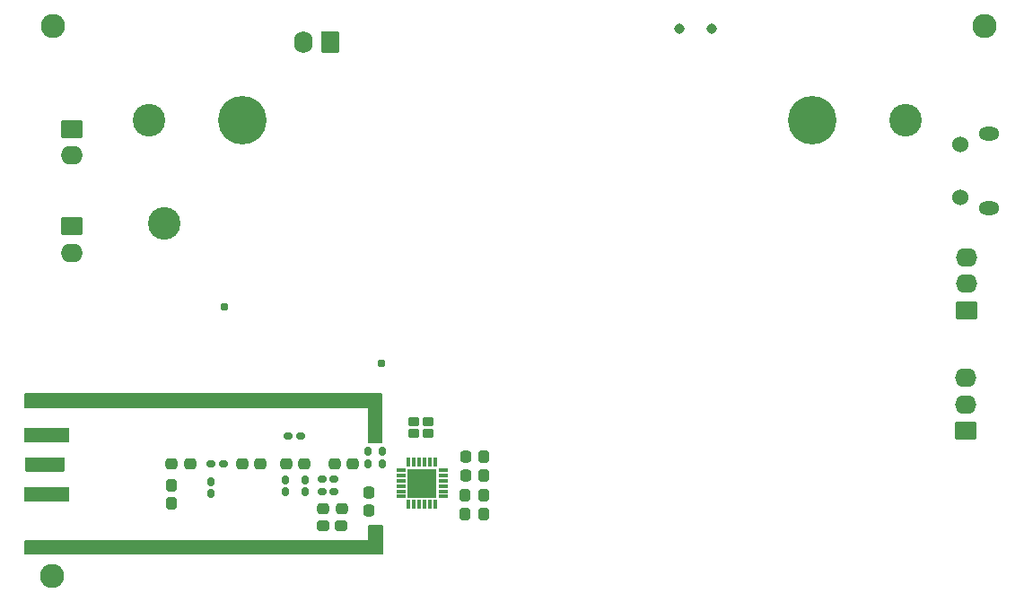
<source format=gbs>
G04 #@! TF.GenerationSoftware,KiCad,Pcbnew,7.0.11-2.fc39*
G04 #@! TF.CreationDate,2024-05-02T20:43:30+03:00*
G04 #@! TF.ProjectId,mainboard_v1.1,6d61696e-626f-4617-9264-5f76312e312e,rev?*
G04 #@! TF.SameCoordinates,Original*
G04 #@! TF.FileFunction,Soldermask,Bot*
G04 #@! TF.FilePolarity,Negative*
%FSLAX46Y46*%
G04 Gerber Fmt 4.6, Leading zero omitted, Abs format (unit mm)*
G04 Created by KiCad (PCBNEW 7.0.11-2.fc39) date 2024-05-02 20:43:30*
%MOMM*%
%LPD*%
G01*
G04 APERTURE LIST*
G04 Aperture macros list*
%AMRoundRect*
0 Rectangle with rounded corners*
0 $1 Rounding radius*
0 $2 $3 $4 $5 $6 $7 $8 $9 X,Y pos of 4 corners*
0 Add a 4 corners polygon primitive as box body*
4,1,4,$2,$3,$4,$5,$6,$7,$8,$9,$2,$3,0*
0 Add four circle primitives for the rounded corners*
1,1,$1+$1,$2,$3*
1,1,$1+$1,$4,$5*
1,1,$1+$1,$6,$7*
1,1,$1+$1,$8,$9*
0 Add four rect primitives between the rounded corners*
20,1,$1+$1,$2,$3,$4,$5,0*
20,1,$1+$1,$4,$5,$6,$7,0*
20,1,$1+$1,$6,$7,$8,$9,0*
20,1,$1+$1,$8,$9,$2,$3,0*%
G04 Aperture macros list end*
%ADD10C,0.200000*%
%ADD11C,0.776000*%
%ADD12RoundRect,0.261176X0.626824X0.776824X-0.626824X0.776824X-0.626824X-0.776824X0.626824X-0.776824X0*%
%ADD13O,1.776000X2.076000*%
%ADD14C,2.276000*%
%ADD15RoundRect,0.261176X-0.776824X0.626824X-0.776824X-0.626824X0.776824X-0.626824X0.776824X0.626824X0*%
%ADD16O,2.076000X1.776000*%
%ADD17O,1.976000X1.276000*%
%ADD18C,1.526000*%
%ADD19RoundRect,0.261176X0.751824X-0.626824X0.751824X0.626824X-0.751824X0.626824X-0.751824X-0.626824X0*%
%ADD20O,2.026000X1.776000*%
%ADD21C,0.976000*%
%ADD22RoundRect,0.256500X0.306500X0.256500X-0.306500X0.256500X-0.306500X-0.256500X0.306500X-0.256500X0*%
%ADD23RoundRect,0.256500X0.319000X0.256500X-0.319000X0.256500X-0.319000X-0.256500X0.319000X-0.256500X0*%
%ADD24RoundRect,0.256500X0.256500X-0.319000X0.256500X0.319000X-0.256500X0.319000X-0.256500X-0.319000X0*%
%ADD25RoundRect,0.174000X0.174000X-0.231500X0.174000X0.231500X-0.174000X0.231500X-0.174000X-0.231500X0*%
%ADD26RoundRect,0.174000X-0.174000X0.231500X-0.174000X-0.231500X0.174000X-0.231500X0.174000X0.231500X0*%
%ADD27RoundRect,0.256500X0.256500X-0.306500X0.256500X0.306500X-0.256500X0.306500X-0.256500X-0.306500X0*%
%ADD28C,4.576000*%
%ADD29C,3.076000*%
%ADD30RoundRect,0.174000X0.231500X0.174000X-0.231500X0.174000X-0.231500X-0.174000X0.231500X-0.174000X0*%
%ADD31RoundRect,0.038000X0.150000X0.400000X-0.150000X0.400000X-0.150000X-0.400000X0.150000X-0.400000X0*%
%ADD32RoundRect,0.038000X-0.337500X0.337500X-0.337500X-0.337500X0.337500X-0.337500X0.337500X0.337500X0*%
%ADD33RoundRect,0.038000X-0.400000X0.150000X-0.400000X-0.150000X0.400000X-0.150000X0.400000X0.150000X0*%
%ADD34RoundRect,0.256500X-0.256500X0.306500X-0.256500X-0.306500X0.256500X-0.306500X0.256500X0.306500X0*%
%ADD35RoundRect,0.038000X1.800000X-0.635000X1.800000X0.635000X-1.800000X0.635000X-1.800000X-0.635000X0*%
%ADD36RoundRect,0.038000X2.100000X-0.675000X2.100000X0.675000X-2.100000X0.675000X-2.100000X-0.675000X0*%
%ADD37RoundRect,0.256500X-0.256500X0.319000X-0.256500X-0.319000X0.256500X-0.319000X0.256500X0.319000X0*%
%ADD38RoundRect,0.038000X0.425000X0.375000X-0.425000X0.375000X-0.425000X-0.375000X0.425000X-0.375000X0*%
G04 APERTURE END LIST*
D10*
X160170000Y-76920000D02*
X158970000Y-76930000D01*
X158970000Y-73650000D01*
X126560000Y-73650000D01*
X126560000Y-72380000D01*
X160170000Y-72380000D01*
X160170000Y-76920000D01*
G36*
X160170000Y-76920000D02*
G01*
X158970000Y-76930000D01*
X158970000Y-73650000D01*
X126560000Y-73650000D01*
X126560000Y-72380000D01*
X160170000Y-72380000D01*
X160170000Y-76920000D01*
G37*
X160210000Y-87430000D02*
X126550000Y-87430000D01*
X126550000Y-86240000D01*
X158960000Y-86260000D01*
X158960000Y-84820000D01*
X160210000Y-84810000D01*
X160210000Y-87430000D01*
G36*
X160210000Y-87430000D02*
G01*
X126550000Y-87430000D01*
X126550000Y-86240000D01*
X158960000Y-86260000D01*
X158960000Y-84820000D01*
X160210000Y-84810000D01*
X160210000Y-87430000D01*
G37*
D11*
X160166250Y-69483750D03*
D12*
X155300000Y-39200000D03*
D13*
X152800000Y-39200000D03*
D14*
X129140000Y-37690000D03*
X217040000Y-37690000D03*
X129076250Y-89513750D03*
D11*
X145306250Y-64163750D03*
D15*
X130910000Y-56570000D03*
D16*
X130910000Y-59070000D03*
D15*
X130900000Y-47360000D03*
D16*
X130900000Y-49860000D03*
D17*
X217477500Y-54810000D03*
D18*
X214777500Y-53810000D03*
X214777500Y-48810000D03*
D17*
X217477500Y-47810000D03*
D19*
X215220000Y-75860000D03*
D20*
X215220000Y-73360000D03*
X215220000Y-70860000D03*
D21*
X191280000Y-37930000D03*
X188280000Y-37930000D03*
D19*
X215295000Y-64490000D03*
D20*
X215295000Y-61990000D03*
X215295000Y-59490000D03*
D22*
X156385000Y-83190000D03*
X154635000Y-83190000D03*
D23*
X156362500Y-84830000D03*
X154637500Y-84830000D03*
D22*
X157441250Y-78941250D03*
X155691250Y-78941250D03*
X142061250Y-79001250D03*
X140311250Y-79001250D03*
X148741250Y-78951250D03*
X146991250Y-78951250D03*
D24*
X169826250Y-83686250D03*
X169826250Y-81961250D03*
D25*
X158876250Y-78948750D03*
X158876250Y-77813750D03*
D26*
X152896250Y-80473750D03*
X152896250Y-81608750D03*
D27*
X158986250Y-83398750D03*
X158986250Y-81648750D03*
D22*
X152871250Y-78951250D03*
X151121250Y-78951250D03*
D28*
X200746250Y-46553750D03*
X147046250Y-46553750D03*
D29*
X139646250Y-56253750D03*
X138196250Y-46553750D03*
X209596250Y-46553750D03*
D24*
X168046250Y-83686250D03*
X168046250Y-81961250D03*
D30*
X152503750Y-76341250D03*
X151368750Y-76341250D03*
X155683750Y-80421250D03*
X154548750Y-80421250D03*
X145193750Y-78961250D03*
X144058750Y-78961250D03*
D31*
X162706250Y-78803750D03*
X163206250Y-78803750D03*
D32*
X164968750Y-79791250D03*
X164293750Y-79791250D03*
X163618750Y-79791250D03*
X162943750Y-79791250D03*
D11*
X164631250Y-80128750D03*
X163281250Y-80128750D03*
D32*
X164968750Y-80466250D03*
X164293750Y-80466250D03*
X163618750Y-80466250D03*
X162943750Y-80466250D03*
X164968750Y-81141250D03*
X164293750Y-81141250D03*
X163618750Y-81141250D03*
X162943750Y-81141250D03*
D11*
X164631250Y-81478750D03*
X163281250Y-81478750D03*
D32*
X164968750Y-81816250D03*
X164293750Y-81816250D03*
X163618750Y-81816250D03*
X162943750Y-81816250D03*
D31*
X163706250Y-78803750D03*
X164206250Y-78803750D03*
X164706250Y-78803750D03*
X165206250Y-78803750D03*
D33*
X165956250Y-79553750D03*
X165956250Y-80053750D03*
X165956250Y-80553750D03*
X165956250Y-81053750D03*
X165956250Y-81553750D03*
X165956250Y-82053750D03*
D31*
X165206250Y-82803750D03*
X164706250Y-82803750D03*
X164206250Y-82803750D03*
X163706250Y-82803750D03*
X163206250Y-82803750D03*
X162706250Y-82803750D03*
D33*
X161956250Y-82053750D03*
X161956250Y-81553750D03*
X161956250Y-81053750D03*
X161956250Y-80553750D03*
X161956250Y-80053750D03*
X161956250Y-79553750D03*
D34*
X168066250Y-78328750D03*
X168066250Y-80078750D03*
D35*
X128392500Y-79040000D03*
D36*
X128592500Y-81865000D03*
X128592500Y-76215000D03*
D37*
X169826250Y-78323750D03*
X169826250Y-80048750D03*
D26*
X144046250Y-80633750D03*
X144046250Y-81768750D03*
D25*
X160196250Y-78948750D03*
X160196250Y-77813750D03*
D38*
X164571250Y-76068750D03*
X163221250Y-76068750D03*
X163221250Y-75018750D03*
X164571250Y-75018750D03*
D37*
X140316250Y-80968750D03*
X140316250Y-82693750D03*
D26*
X151106250Y-80473750D03*
X151106250Y-81608750D03*
D30*
X155683750Y-81631250D03*
X154548750Y-81631250D03*
M02*

</source>
